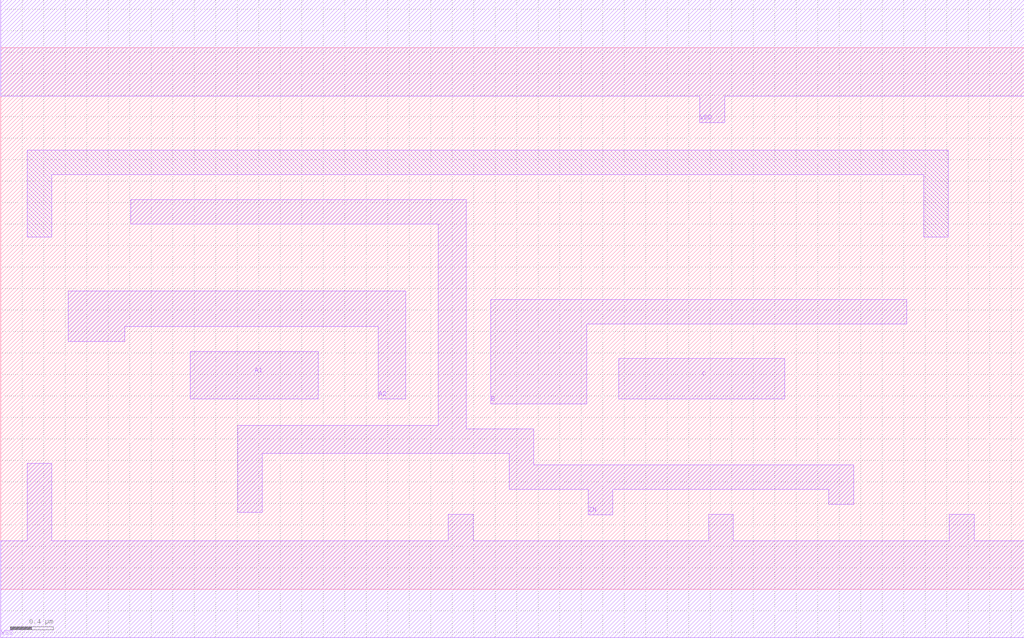
<source format=lef>
# Copyright 2022 GlobalFoundries PDK Authors
#
# Licensed under the Apache License, Version 2.0 (the "License");
# you may not use this file except in compliance with the License.
# You may obtain a copy of the License at
#
#      http://www.apache.org/licenses/LICENSE-2.0
#
# Unless required by applicable law or agreed to in writing, software
# distributed under the License is distributed on an "AS IS" BASIS,
# WITHOUT WARRANTIES OR CONDITIONS OF ANY KIND, either express or implied.
# See the License for the specific language governing permissions and
# limitations under the License.

MACRO gf180mcu_fd_sc_mcu9t5v0__aoi211_2
  CLASS core ;
  FOREIGN gf180mcu_fd_sc_mcu9t5v0__aoi211_2 0.0 0.0 ;
  ORIGIN 0 0 ;
  SYMMETRY X Y ;
  SITE GF018hv5v_green_sc9 ;
  SIZE 9.52 BY 5.04 ;
  PIN A1
    DIRECTION INPUT ;
    ANTENNAGATEAREA 3.252 ;
    PORT
      LAYER Metal1 ;
        POLYGON 1.765 1.77 2.955 1.77 2.955 2.215 1.765 2.215  ;
    END
  END A1
  PIN A2
    DIRECTION INPUT ;
    ANTENNAGATEAREA 3.252 ;
    PORT
      LAYER Metal1 ;
        POLYGON 0.63 2.305 1.155 2.305 1.155 2.445 3.51 2.445 3.51 1.77 3.77 1.77 3.77 2.775 0.63 2.775  ;
    END
  END A2
  PIN B
    DIRECTION INPUT ;
    ANTENNAGATEAREA 2.778 ;
    PORT
      LAYER Metal1 ;
        POLYGON 4.56 1.725 5.45 1.725 5.45 2.47 8.43 2.47 8.43 2.7 4.56 2.7  ;
    END
  END B
  PIN C
    DIRECTION INPUT ;
    ANTENNAGATEAREA 2.778 ;
    PORT
      LAYER Metal1 ;
        POLYGON 5.75 1.77 7.295 1.77 7.295 2.15 5.75 2.15  ;
    END
  END C
  PIN ZN
    DIRECTION OUTPUT ;
    ANTENNADIFFAREA 3.341 ;
    PORT
      LAYER Metal1 ;
        POLYGON 1.21 3.4 4.07 3.4 4.07 1.525 2.205 1.525 2.205 0.715 2.435 0.715 2.435 1.265 4.73 1.265 4.73 0.93 5.465 0.93 5.465 0.695 5.695 0.695 5.695 0.93 7.705 0.93 7.705 0.79 7.935 0.79 7.935 1.16 4.96 1.16 4.96 1.495 4.33 1.495 4.33 3.63 1.21 3.63  ;
    END
  END ZN
  PIN VDD
    DIRECTION INOUT ;
    USE power ;
    SHAPE ABUTMENT ;
    PORT
      LAYER Metal1 ;
        POLYGON 0 4.59 6.505 4.59 6.505 4.345 6.735 4.345 6.735 4.59 8.815 4.59 9.52 4.59 9.52 5.49 8.815 5.49 0 5.49  ;
    END
  END VDD
  PIN VSS
    DIRECTION INOUT ;
    USE ground ;
    SHAPE ABUTMENT ;
    PORT
      LAYER Metal1 ;
        POLYGON 0 -0.45 9.52 -0.45 9.52 0.45 9.055 0.45 9.055 0.7 8.825 0.7 8.825 0.45 6.815 0.45 6.815 0.7 6.585 0.7 6.585 0.45 4.395 0.45 4.395 0.7 4.165 0.7 4.165 0.45 0.475 0.45 0.475 1.17 0.245 1.17 0.245 0.45 0 0.45  ;
    END
  END VSS
  OBS
      LAYER Metal1 ;
        POLYGON 0.245 3.28 0.475 3.28 0.475 3.86 8.585 3.86 8.585 3.28 8.815 3.28 8.815 4.09 0.245 4.09  ;
  END
END gf180mcu_fd_sc_mcu9t5v0__aoi211_2

</source>
